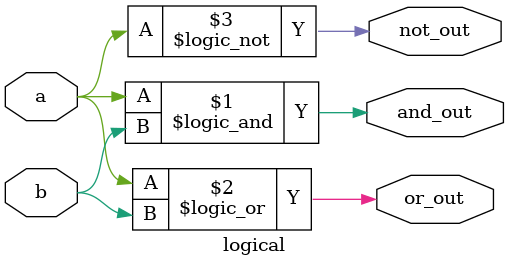
<source format=v>
module logical(
input a,
input b,
output and_out,
output or_out,
output not_out
);
assign and_out = a && b;
assign or_out = a || b;
assign not_out = !a;
endmodule

</source>
